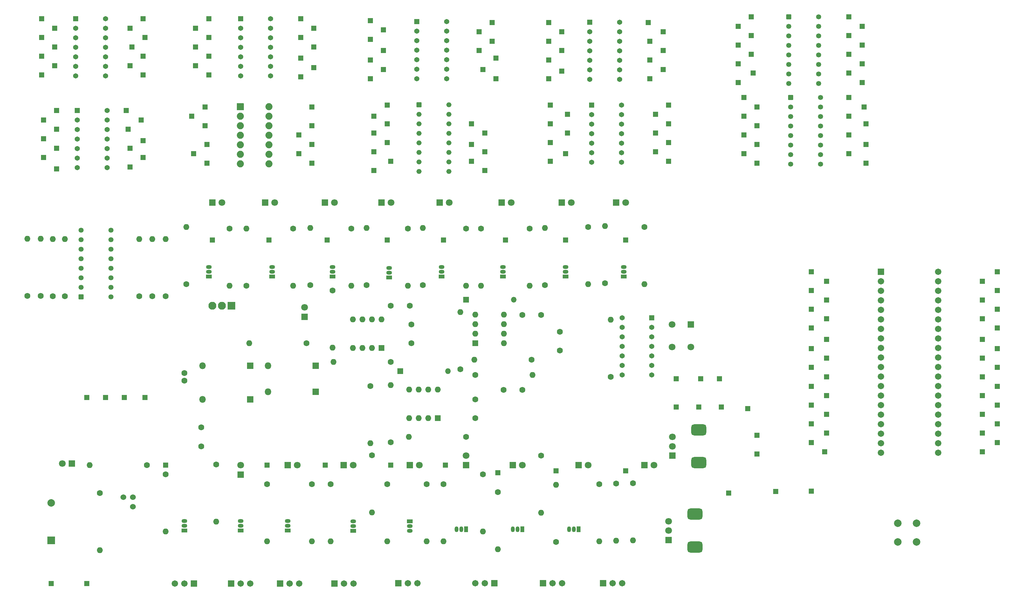
<source format=gbs>
%TF.GenerationSoftware,KiCad,Pcbnew,8.0.4*%
%TF.CreationDate,2024-09-18T10:13:05+03:00*%
%TF.ProjectId,Digital Electronic Trainer main pcb,44696769-7461-46c2-9045-6c656374726f,rev?*%
%TF.SameCoordinates,Original*%
%TF.FileFunction,Soldermask,Bot*%
%TF.FilePolarity,Negative*%
%FSLAX46Y46*%
G04 Gerber Fmt 4.6, Leading zero omitted, Abs format (unit mm)*
G04 Created by KiCad (PCBNEW 8.0.4) date 2024-09-18 10:13:05*
%MOMM*%
%LPD*%
G01*
G04 APERTURE LIST*
G04 Aperture macros list*
%AMRoundRect*
0 Rectangle with rounded corners*
0 $1 Rounding radius*
0 $2 $3 $4 $5 $6 $7 $8 $9 X,Y pos of 4 corners*
0 Add a 4 corners polygon primitive as box body*
4,1,4,$2,$3,$4,$5,$6,$7,$8,$9,$2,$3,0*
0 Add four circle primitives for the rounded corners*
1,1,$1+$1,$2,$3*
1,1,$1+$1,$4,$5*
1,1,$1+$1,$6,$7*
1,1,$1+$1,$8,$9*
0 Add four rect primitives between the rounded corners*
20,1,$1+$1,$2,$3,$4,$5,0*
20,1,$1+$1,$4,$5,$6,$7,0*
20,1,$1+$1,$6,$7,$8,$9,0*
20,1,$1+$1,$8,$9,$2,$3,0*%
G04 Aperture macros list end*
%ADD10R,1.350000X1.350000*%
%ADD11RoundRect,0.102000X0.754000X0.754000X-0.754000X0.754000X-0.754000X-0.754000X0.754000X-0.754000X0*%
%ADD12C,1.712000*%
%ADD13R,1.800000X1.800000*%
%ADD14C,1.800000*%
%ADD15RoundRect,0.102000X-0.585000X-0.585000X0.585000X-0.585000X0.585000X0.585000X-0.585000X0.585000X0*%
%ADD16C,1.374000*%
%ADD17RoundRect,0.102000X-0.754000X-0.754000X0.754000X-0.754000X0.754000X0.754000X-0.754000X0.754000X0*%
%ADD18C,2.000000*%
%ADD19RoundRect,0.102000X-0.838200X-0.838200X0.838200X-0.838200X0.838200X0.838200X-0.838200X0.838200X0*%
%ADD20C,1.880400*%
%ADD21RoundRect,0.102000X-0.570000X-0.570000X0.570000X-0.570000X0.570000X0.570000X-0.570000X0.570000X0*%
%ADD22C,1.344000*%
%ADD23RoundRect,0.102000X-0.565000X-0.565000X0.565000X-0.565000X0.565000X0.565000X-0.565000X0.565000X0*%
%ADD24C,1.334000*%
%ADD25C,1.600000*%
%ADD26O,1.600000X1.600000*%
%ADD27R,1.500000X1.050000*%
%ADD28O,1.500000X1.050000*%
%ADD29RoundRect,0.750000X-1.250000X-0.750000X1.250000X-0.750000X1.250000X0.750000X-1.250000X0.750000X0*%
%ADD30O,1.800000X1.800000*%
%ADD31C,1.524800*%
%ADD32R,1.600000X1.600000*%
%ADD33R,2.000000X2.000000*%
%ADD34R,1.500000X1.500000*%
%ADD35O,1.500000X1.500000*%
%ADD36RoundRect,0.102000X0.955000X0.955000X-0.955000X0.955000X-0.955000X-0.955000X0.955000X-0.955000X0*%
%ADD37C,2.114000*%
%ADD38R,1.050000X1.500000*%
%ADD39O,1.050000X1.500000*%
%ADD40RoundRect,0.102000X0.585000X0.585000X-0.585000X0.585000X-0.585000X-0.585000X0.585000X-0.585000X0*%
G04 APERTURE END LIST*
D10*
%TO.C,J215*%
X36500000Y-119500000D03*
%TD*%
%TO.C,J118*%
X23000000Y-26000000D03*
%TD*%
D11*
%TO.C,SW4*%
X97500000Y-169100000D03*
D12*
X100040000Y-169100000D03*
X102580000Y-169100000D03*
%TD*%
D10*
%TO.C,J166*%
X270000000Y-93500000D03*
%TD*%
%TO.C,J183*%
X188500000Y-114500000D03*
%TD*%
%TO.C,J128*%
X19500000Y-33500000D03*
%TD*%
D13*
%TO.C,D17*%
X172500000Y-67500000D03*
D14*
X175040000Y-67500000D03*
%TD*%
D10*
%TO.C,J165*%
X274000000Y-91000000D03*
%TD*%
%TO.C,J150*%
X228500000Y-104000000D03*
%TD*%
D13*
%TO.C,D6*%
X132500000Y-137540000D03*
D14*
X132500000Y-135000000D03*
%TD*%
D10*
%TO.C,J203*%
X175000000Y-139100000D03*
%TD*%
%TO.C,J74*%
X108000000Y-59000000D03*
%TD*%
D13*
%TO.C,D15*%
X142000000Y-67500000D03*
D14*
X144540000Y-67500000D03*
%TD*%
D10*
%TO.C,J76*%
X139500000Y-19500000D03*
%TD*%
%TO.C,J86*%
X140500000Y-29000000D03*
%TD*%
%TO.C,J151*%
X224500000Y-106500000D03*
%TD*%
%TO.C,J106*%
X91500000Y-57000000D03*
%TD*%
%TO.C,J137*%
X20000000Y-50500000D03*
%TD*%
%TO.C,J188*%
X202500000Y-145000000D03*
%TD*%
%TO.C,J139*%
X43000000Y-58000000D03*
%TD*%
%TO.C,J104*%
X91500000Y-47000000D03*
%TD*%
%TO.C,J194*%
X210000000Y-129600000D03*
%TD*%
D11*
%TO.C,SW7*%
X153000000Y-169000000D03*
D12*
X155540000Y-169000000D03*
X158080000Y-169000000D03*
%TD*%
D10*
%TO.C,J157*%
X224500000Y-121500000D03*
%TD*%
%TO.C,J68*%
X108000000Y-44500000D03*
%TD*%
%TO.C,J120*%
X43000000Y-31000000D03*
%TD*%
%TO.C,J41*%
X158000000Y-22000000D03*
%TD*%
%TO.C,J117*%
X23000000Y-21000000D03*
%TD*%
%TO.C,J178*%
X270000000Y-124000000D03*
%TD*%
%TO.C,J52*%
X183000000Y-49000000D03*
%TD*%
%TO.C,J58*%
X186500000Y-51500000D03*
%TD*%
D15*
%TO.C,IC3-7408*%
X119390000Y-19265000D03*
D16*
X119390000Y-21805000D03*
X119390000Y-24345000D03*
X119390000Y-26885000D03*
X119390000Y-29425000D03*
X119390000Y-31965000D03*
X119390000Y-34505000D03*
X127330000Y-34505000D03*
X127330000Y-31965000D03*
X127330000Y-29425000D03*
X127330000Y-26885000D03*
X127330000Y-24345000D03*
X127330000Y-21805000D03*
X127330000Y-19265000D03*
%TD*%
D10*
%TO.C,J177*%
X274000000Y-121500000D03*
%TD*%
%TO.C,J211*%
X22000000Y-169100000D03*
%TD*%
%TO.C,J24*%
X234500000Y-54500000D03*
%TD*%
%TO.C,J16*%
X205000000Y-30500000D03*
%TD*%
%TO.C,J17*%
X209000000Y-33000000D03*
%TD*%
%TO.C,J197*%
X95500000Y-77500000D03*
%TD*%
%TO.C,J204*%
X156500000Y-139100000D03*
%TD*%
%TO.C,J134*%
X46000000Y-45500000D03*
%TD*%
%TO.C,J143*%
X224500000Y-86000000D03*
%TD*%
%TO.C,J217*%
X155000000Y-56500000D03*
%TD*%
D17*
%TO.C,SW1*%
X60040000Y-169100000D03*
D12*
X57500000Y-169100000D03*
X54960000Y-169100000D03*
%TD*%
D10*
%TO.C,J34*%
X181000000Y-19500000D03*
%TD*%
%TO.C,J56*%
X155000000Y-51500000D03*
%TD*%
%TO.C,J29*%
X210000000Y-42000000D03*
%TD*%
%TO.C,J23*%
X239000000Y-52000000D03*
%TD*%
D11*
%TO.C,SW8*%
X169000000Y-169000000D03*
D12*
X171540000Y-169000000D03*
X174080000Y-169000000D03*
%TD*%
D10*
%TO.C,J132*%
X46500000Y-55500000D03*
%TD*%
%TO.C,J172*%
X270000000Y-109000000D03*
%TD*%
%TO.C,J107*%
X88000000Y-49500000D03*
%TD*%
D13*
%TO.C,D10*%
X64960000Y-67500000D03*
D14*
X67500000Y-67500000D03*
%TD*%
D10*
%TO.C,J96*%
X92000000Y-21000000D03*
%TD*%
%TO.C,J189*%
X224500000Y-144500000D03*
%TD*%
%TO.C,J8*%
X234500000Y-33000000D03*
%TD*%
%TO.C,J196*%
X80000000Y-77500000D03*
%TD*%
%TO.C,J57*%
X183000000Y-54000000D03*
%TD*%
D15*
%TO.C,IC8-7486*%
X166000000Y-41500000D03*
D16*
X166000000Y-44040000D03*
X166000000Y-46580000D03*
X166000000Y-49120000D03*
X166000000Y-51660000D03*
X166000000Y-54200000D03*
X166000000Y-56740000D03*
X173940000Y-56740000D03*
X173940000Y-54200000D03*
X173940000Y-51660000D03*
X173940000Y-49120000D03*
X173940000Y-46580000D03*
X173940000Y-44040000D03*
X173940000Y-41500000D03*
%TD*%
D10*
%TO.C,J40*%
X154500000Y-19500000D03*
%TD*%
%TO.C,J36*%
X158000000Y-32500000D03*
%TD*%
%TO.C,J99*%
X60500000Y-31000000D03*
%TD*%
%TO.C,J205*%
X141000000Y-139600000D03*
%TD*%
%TO.C,J59*%
X186500000Y-46500000D03*
%TD*%
%TO.C,J3*%
X238000000Y-20500000D03*
%TD*%
%TO.C,J101*%
X92000000Y-26000000D03*
%TD*%
%TO.C,J142*%
X42500000Y-48000000D03*
%TD*%
%TO.C,J193*%
X210000000Y-134600000D03*
%TD*%
D11*
%TO.C,SW2*%
X69960000Y-169100000D03*
D12*
X72500000Y-169100000D03*
X75040000Y-169100000D03*
%TD*%
D10*
%TO.C,J67*%
X111500000Y-41500000D03*
%TD*%
%TO.C,J131*%
X23500000Y-53000000D03*
%TD*%
%TO.C,J18*%
X234500000Y-39500000D03*
%TD*%
%TO.C,J123*%
X43000000Y-21000000D03*
%TD*%
%TO.C,J7*%
X238000000Y-30500000D03*
%TD*%
%TO.C,J167*%
X274000000Y-96000000D03*
%TD*%
%TO.C,J64*%
X134000000Y-56500000D03*
%TD*%
%TO.C,J9*%
X238000000Y-35500000D03*
%TD*%
%TO.C,J116*%
X46500000Y-18500000D03*
%TD*%
D18*
%TO.C,SW16*%
X252500000Y-158000000D03*
X247500000Y-158000000D03*
X252500000Y-153000000D03*
X247500000Y-153000000D03*
%TD*%
D10*
%TO.C,J108*%
X91500000Y-52000000D03*
%TD*%
%TO.C,J61*%
X137500000Y-49000000D03*
%TD*%
%TO.C,J213*%
X47000000Y-119500000D03*
%TD*%
%TO.C,J39*%
X154500000Y-34500000D03*
%TD*%
%TO.C,J154*%
X228500000Y-114000000D03*
%TD*%
%TO.C,J115*%
X19500000Y-18500000D03*
%TD*%
%TO.C,J77*%
X107000000Y-24000000D03*
%TD*%
%TO.C,J124*%
X19500000Y-23500000D03*
%TD*%
%TO.C,J174*%
X270000000Y-114000000D03*
%TD*%
%TO.C,J91*%
X60500000Y-26000000D03*
%TD*%
D19*
%TO.C,IC6-7490*%
X72380000Y-41960000D03*
D20*
X72380000Y-44500000D03*
X72380000Y-47040000D03*
X72380000Y-49580000D03*
X72380000Y-52120000D03*
X72380000Y-54660000D03*
X72380000Y-57200000D03*
X80000000Y-57200000D03*
X80000000Y-54660000D03*
X80000000Y-52120000D03*
X80000000Y-49580000D03*
X80000000Y-47040000D03*
X80000000Y-44500000D03*
X80000000Y-41960000D03*
%TD*%
D10*
%TO.C,J158*%
X228500000Y-124000000D03*
%TD*%
%TO.C,J54*%
X159500000Y-44000000D03*
%TD*%
%TO.C,J27*%
X206500000Y-54500000D03*
%TD*%
%TO.C,J22*%
X234500000Y-49500000D03*
%TD*%
%TO.C,J2*%
X234500000Y-18000000D03*
%TD*%
%TO.C,J21*%
X239000000Y-46500000D03*
%TD*%
%TO.C,J62*%
X134000000Y-52000000D03*
%TD*%
%TO.C,J92*%
X64000000Y-28500000D03*
%TD*%
%TO.C,J186*%
X195000000Y-114500000D03*
%TD*%
%TO.C,J19*%
X238500000Y-42000000D03*
%TD*%
%TO.C,J168*%
X270000000Y-98500000D03*
%TD*%
%TO.C,J156*%
X228500000Y-119000000D03*
%TD*%
%TO.C,J28*%
X206500000Y-39500000D03*
%TD*%
%TO.C,J133*%
X46500000Y-51000000D03*
%TD*%
%TO.C,J160*%
X228500000Y-129000000D03*
%TD*%
D21*
%TO.C,J-K_F.F*%
X219000000Y-39460000D03*
D22*
X219000000Y-42000000D03*
X219000000Y-44540000D03*
X219000000Y-47080000D03*
X219000000Y-49620000D03*
X219000000Y-52160000D03*
X219000000Y-54700000D03*
X219000000Y-57240000D03*
X226940000Y-57240000D03*
X226940000Y-54700000D03*
X226940000Y-52160000D03*
X226940000Y-49620000D03*
X226940000Y-47080000D03*
X226940000Y-44540000D03*
X226940000Y-42000000D03*
X226940000Y-39460000D03*
%TD*%
D10*
%TO.C,J45*%
X181500000Y-29500000D03*
%TD*%
%TO.C,J161*%
X224500000Y-131500000D03*
%TD*%
%TO.C,J114*%
X63500000Y-57000000D03*
%TD*%
%TO.C,J11*%
X208500000Y-18000000D03*
%TD*%
%TO.C,J69*%
X111500000Y-46500000D03*
%TD*%
%TO.C,J185*%
X194500000Y-122000000D03*
%TD*%
%TO.C,J50*%
X159000000Y-54500000D03*
%TD*%
%TO.C,J195*%
X65000000Y-77500000D03*
%TD*%
%TO.C,J182*%
X270000000Y-134000000D03*
%TD*%
%TO.C,J112*%
X63000000Y-47000000D03*
%TD*%
%TO.C,J25*%
X239000000Y-57000000D03*
%TD*%
%TO.C,J119*%
X19500000Y-28500000D03*
%TD*%
%TO.C,J60*%
X183000000Y-44000000D03*
%TD*%
%TO.C,J75*%
X107000000Y-34500000D03*
%TD*%
%TO.C,J109*%
X91500000Y-42000000D03*
%TD*%
%TO.C,J149*%
X224500000Y-101000000D03*
%TD*%
D13*
%TO.C,D12*%
X94960000Y-67500000D03*
D14*
X97500000Y-67500000D03*
%TD*%
D10*
%TO.C,J83*%
X110500000Y-27000000D03*
%TD*%
%TO.C,J181*%
X274000000Y-131500000D03*
%TD*%
%TO.C,J73*%
X137500000Y-59000000D03*
%TD*%
%TO.C,J163*%
X274000000Y-86000000D03*
%TD*%
D17*
%TO.C,J1*%
X243000000Y-86000000D03*
D12*
X243000000Y-88540000D03*
X243000000Y-91080000D03*
X243000000Y-93620000D03*
X243000000Y-96160000D03*
X243000000Y-98700000D03*
X243000000Y-101240000D03*
X243000000Y-103780000D03*
X243000000Y-106320000D03*
X243000000Y-108860000D03*
X243000000Y-111400000D03*
X243000000Y-113940000D03*
X243000000Y-116480000D03*
X243000000Y-119020000D03*
X243000000Y-121560000D03*
X243000000Y-124100000D03*
X243000000Y-126640000D03*
X243000000Y-129180000D03*
X243000000Y-131720000D03*
X243000000Y-134260000D03*
X258240000Y-134260000D03*
X258240000Y-131720000D03*
X258240000Y-129180000D03*
X258240000Y-126640000D03*
X258240000Y-124100000D03*
X258240000Y-121560000D03*
X258240000Y-119020000D03*
X258240000Y-116480000D03*
X258240000Y-113940000D03*
X258240000Y-111400000D03*
X258240000Y-108860000D03*
X258240000Y-106320000D03*
X258240000Y-103780000D03*
X258240000Y-101240000D03*
X258240000Y-98700000D03*
X258240000Y-96160000D03*
X258240000Y-93620000D03*
X258240000Y-91080000D03*
X258240000Y-88540000D03*
X258240000Y-86000000D03*
%TD*%
D10*
%TO.C,J93*%
X92000000Y-31500000D03*
%TD*%
%TO.C,J184*%
X188500000Y-122000000D03*
%TD*%
%TO.C,J48*%
X186500000Y-41500000D03*
%TD*%
D13*
%TO.C,D13*%
X110000000Y-67500000D03*
D14*
X112540000Y-67500000D03*
%TD*%
D10*
%TO.C,J111*%
X59500000Y-44500000D03*
%TD*%
%TO.C,J136*%
X20000000Y-45500000D03*
%TD*%
%TO.C,J88*%
X136000000Y-22000000D03*
%TD*%
%TO.C,J147*%
X224500000Y-96000000D03*
%TD*%
D13*
%TO.C,D4*%
X99960000Y-137500000D03*
D14*
X102500000Y-137500000D03*
%TD*%
D10*
%TO.C,J46*%
X181500000Y-24500000D03*
%TD*%
D15*
%TO.C,IC2-7402*%
X72500000Y-18500000D03*
D16*
X72500000Y-21040000D03*
X72500000Y-23580000D03*
X72500000Y-26120000D03*
X72500000Y-28660000D03*
X72500000Y-31200000D03*
X72500000Y-33740000D03*
X80440000Y-33740000D03*
X80440000Y-31200000D03*
X80440000Y-28660000D03*
X80440000Y-26120000D03*
X80440000Y-23580000D03*
X80440000Y-21040000D03*
X80440000Y-18500000D03*
%TD*%
D10*
%TO.C,J199*%
X126500000Y-77500000D03*
%TD*%
D13*
%TO.C,D8*%
X162460000Y-137500000D03*
D14*
X165000000Y-137500000D03*
%TD*%
D10*
%TO.C,J145*%
X224500000Y-91000000D03*
%TD*%
%TO.C,J15*%
X208500000Y-28000000D03*
%TD*%
%TO.C,J200*%
X143000000Y-77500000D03*
%TD*%
%TO.C,J79*%
X140500000Y-34500000D03*
%TD*%
%TO.C,J210*%
X52500000Y-137500000D03*
%TD*%
%TO.C,J144*%
X228500000Y-88500000D03*
%TD*%
D11*
%TO.C,SW3*%
X82960000Y-169100000D03*
D12*
X85500000Y-169100000D03*
X88040000Y-169100000D03*
%TD*%
D10*
%TO.C,J95*%
X88500000Y-23500000D03*
%TD*%
%TO.C,J155*%
X224500000Y-116500000D03*
%TD*%
D15*
%TO.C,IC4-7432*%
X165500000Y-19460000D03*
D16*
X165500000Y-22000000D03*
X165500000Y-24540000D03*
X165500000Y-27080000D03*
X165500000Y-29620000D03*
X165500000Y-32160000D03*
X165500000Y-34700000D03*
X173440000Y-34700000D03*
X173440000Y-32160000D03*
X173440000Y-29620000D03*
X173440000Y-27080000D03*
X173440000Y-24540000D03*
X173440000Y-22000000D03*
X173440000Y-19460000D03*
%TD*%
D10*
%TO.C,J47*%
X185000000Y-22000000D03*
%TD*%
%TO.C,J176*%
X270000000Y-119000000D03*
%TD*%
%TO.C,J20*%
X234500000Y-44500000D03*
%TD*%
%TO.C,J125*%
X23000000Y-31000000D03*
%TD*%
%TO.C,J190*%
X200500000Y-122000000D03*
%TD*%
%TO.C,J5*%
X238000000Y-25500000D03*
%TD*%
%TO.C,J141*%
X23500000Y-58500000D03*
%TD*%
D13*
%TO.C,D11*%
X79000000Y-67500000D03*
D14*
X81540000Y-67500000D03*
%TD*%
D10*
%TO.C,J130*%
X23500000Y-48000000D03*
%TD*%
%TO.C,J89*%
X64000000Y-18500000D03*
%TD*%
%TO.C,J87*%
X139500000Y-24500000D03*
%TD*%
%TO.C,J207*%
X112500000Y-137500000D03*
%TD*%
%TO.C,J100*%
X88500000Y-34000000D03*
%TD*%
%TO.C,J121*%
X46500000Y-28500000D03*
%TD*%
%TO.C,J201*%
X159000000Y-77500000D03*
%TD*%
%TO.C,J206*%
X127000000Y-137500000D03*
%TD*%
%TO.C,J33*%
X210000000Y-52000000D03*
%TD*%
%TO.C,J146*%
X228500000Y-93500000D03*
%TD*%
%TO.C,J51*%
X186500000Y-56500000D03*
%TD*%
D15*
%TO.C,IC5-7404*%
X29000000Y-43000000D03*
D16*
X29000000Y-45540000D03*
X29000000Y-48080000D03*
X29000000Y-50620000D03*
X29000000Y-53160000D03*
X29000000Y-55700000D03*
X29000000Y-58240000D03*
X36940000Y-58240000D03*
X36940000Y-55700000D03*
X36940000Y-53160000D03*
X36940000Y-50620000D03*
X36940000Y-48080000D03*
X36940000Y-45540000D03*
X36940000Y-43000000D03*
%TD*%
D10*
%TO.C,J42*%
X158000000Y-27000000D03*
%TD*%
%TO.C,J63*%
X137500000Y-54000000D03*
%TD*%
%TO.C,J98*%
X64000000Y-23500000D03*
%TD*%
%TO.C,J105*%
X88000000Y-54500000D03*
%TD*%
%TO.C,J13*%
X208500000Y-23000000D03*
%TD*%
%TO.C,J97*%
X88500000Y-18500000D03*
%TD*%
%TO.C,J135*%
X42000000Y-43000000D03*
%TD*%
%TO.C,J110*%
X63000000Y-42000000D03*
%TD*%
%TO.C,J14*%
X205000000Y-25500000D03*
%TD*%
%TO.C,J122*%
X47000000Y-23500000D03*
%TD*%
%TO.C,J113*%
X60000000Y-54500000D03*
%TD*%
D13*
%TO.C,D5*%
X117500000Y-137500000D03*
D14*
X120040000Y-137500000D03*
%TD*%
D10*
%TO.C,J169*%
X274000000Y-101000000D03*
%TD*%
%TO.C,J103*%
X63500000Y-52000000D03*
%TD*%
%TO.C,J216*%
X31500000Y-119500000D03*
%TD*%
%TO.C,J32*%
X206500000Y-49500000D03*
%TD*%
%TO.C,J159*%
X224500000Y-126500000D03*
%TD*%
%TO.C,J129*%
X23500000Y-43000000D03*
%TD*%
D13*
%TO.C,D14*%
X125500000Y-67500000D03*
D14*
X128040000Y-67500000D03*
%TD*%
D17*
%TO.C,SW6*%
X140080000Y-169000000D03*
D12*
X137540000Y-169000000D03*
X135000000Y-169000000D03*
%TD*%
D10*
%TO.C,J209*%
X79500000Y-137500000D03*
%TD*%
D15*
%TO.C,IC1-7400*%
X28560000Y-18500000D03*
D16*
X28560000Y-21040000D03*
X28560000Y-23580000D03*
X28560000Y-26120000D03*
X28560000Y-28660000D03*
X28560000Y-31200000D03*
X28560000Y-33740000D03*
X36500000Y-33740000D03*
X36500000Y-31200000D03*
X36500000Y-28660000D03*
X36500000Y-26120000D03*
X36500000Y-23580000D03*
X36500000Y-21040000D03*
X36500000Y-18500000D03*
%TD*%
D10*
%TO.C,J208*%
X95000000Y-137500000D03*
%TD*%
%TO.C,J38*%
X185000000Y-27000000D03*
%TD*%
%TO.C,J31*%
X210000000Y-47000000D03*
%TD*%
%TO.C,J71*%
X111500000Y-51500000D03*
%TD*%
%TO.C,J65*%
X134000000Y-46500000D03*
%TD*%
%TO.C,J44*%
X185000000Y-32000000D03*
%TD*%
%TO.C,J66*%
X112500000Y-56500000D03*
%TD*%
D13*
%TO.C,D3*%
X85000000Y-137500000D03*
D14*
X87540000Y-137500000D03*
%TD*%
D10*
%TO.C,J53*%
X155000000Y-41500000D03*
%TD*%
%TO.C,J212*%
X31500000Y-169100000D03*
%TD*%
%TO.C,J10*%
X205000000Y-35500000D03*
%TD*%
D13*
%TO.C,D16*%
X158000000Y-67500000D03*
D14*
X160540000Y-67500000D03*
%TD*%
D10*
%TO.C,J198*%
X111500000Y-77500000D03*
%TD*%
%TO.C,J70*%
X108000000Y-49000000D03*
%TD*%
%TO.C,J164*%
X270000000Y-88500000D03*
%TD*%
%TO.C,J12*%
X205000000Y-20500000D03*
%TD*%
%TO.C,J192*%
X215000000Y-144600000D03*
%TD*%
%TO.C,J72*%
X108000000Y-54000000D03*
%TD*%
%TO.C,J78*%
X110500000Y-32000000D03*
%TD*%
%TO.C,J30*%
X206500000Y-44500000D03*
%TD*%
%TO.C,J82*%
X110500000Y-21500000D03*
%TD*%
%TO.C,J127*%
X43500000Y-26000000D03*
%TD*%
%TO.C,J148*%
X228500000Y-98500000D03*
%TD*%
D13*
%TO.C,D2*%
X72500000Y-140040000D03*
D14*
X72500000Y-137500000D03*
%TD*%
D10*
%TO.C,J152*%
X228500000Y-109000000D03*
%TD*%
%TO.C,J138*%
X20000000Y-55500000D03*
%TD*%
%TO.C,J214*%
X41500000Y-119500000D03*
%TD*%
%TO.C,J43*%
X154500000Y-29500000D03*
%TD*%
%TO.C,J191*%
X207500000Y-122500000D03*
%TD*%
%TO.C,J6*%
X234500000Y-28000000D03*
%TD*%
%TO.C,J4*%
X234500000Y-23000000D03*
%TD*%
%TO.C,J179*%
X274000000Y-126500000D03*
%TD*%
%TO.C,J55*%
X159500000Y-49000000D03*
%TD*%
D21*
%TO.C,J-K_F.F*%
X218500000Y-17960000D03*
D22*
X218500000Y-20500000D03*
X218500000Y-23040000D03*
X218500000Y-25580000D03*
X218500000Y-28120000D03*
X218500000Y-30660000D03*
X218500000Y-33200000D03*
X218500000Y-35740000D03*
X226440000Y-35740000D03*
X226440000Y-33200000D03*
X226440000Y-30660000D03*
X226440000Y-28120000D03*
X226440000Y-25580000D03*
X226440000Y-23040000D03*
X226440000Y-20500000D03*
X226440000Y-17960000D03*
%TD*%
D10*
%TO.C,J94*%
X88500000Y-29000000D03*
%TD*%
D23*
%TO.C,IC7-7495*%
X120000000Y-41460000D03*
D24*
X120000000Y-44000000D03*
X120000000Y-46540000D03*
X120000000Y-49080000D03*
X120000000Y-51620000D03*
X120000000Y-54160000D03*
X120000000Y-56700000D03*
X120000000Y-59240000D03*
X127940000Y-59240000D03*
X127940000Y-56700000D03*
X127940000Y-54160000D03*
X127940000Y-51620000D03*
X127940000Y-49080000D03*
X127940000Y-46540000D03*
X127940000Y-44000000D03*
X127940000Y-41460000D03*
%TD*%
D11*
%TO.C,SW5*%
X114500000Y-169000000D03*
D12*
X117040000Y-169000000D03*
X119580000Y-169000000D03*
%TD*%
D10*
%TO.C,J35*%
X154500000Y-24500000D03*
%TD*%
%TO.C,J170*%
X270000000Y-104000000D03*
%TD*%
%TO.C,J37*%
X181500000Y-34500000D03*
%TD*%
%TO.C,J84*%
X107000000Y-29500000D03*
%TD*%
%TO.C,J171*%
X274000000Y-106500000D03*
%TD*%
%TO.C,J102*%
X64000000Y-33500000D03*
%TD*%
D13*
%TO.C,D9*%
X180000000Y-137500000D03*
D14*
X182540000Y-137500000D03*
%TD*%
D10*
%TO.C,J180*%
X270000000Y-129000000D03*
%TD*%
%TO.C,J85*%
X137000000Y-32000000D03*
%TD*%
%TO.C,J80*%
X136000000Y-27000000D03*
%TD*%
%TO.C,J202*%
X175000000Y-77500000D03*
%TD*%
%TO.C,J187*%
X200000000Y-114500000D03*
%TD*%
%TO.C,J175*%
X274000000Y-116500000D03*
%TD*%
%TO.C,J153*%
X224500000Y-111500000D03*
%TD*%
%TO.C,J26*%
X210000000Y-57000000D03*
%TD*%
%TO.C,J140*%
X43000000Y-53000000D03*
%TD*%
%TO.C,J90*%
X60500000Y-21000000D03*
%TD*%
D13*
%TO.C,D7*%
X145000000Y-137500000D03*
D14*
X147540000Y-137500000D03*
%TD*%
D10*
%TO.C,J126*%
X46500000Y-33500000D03*
%TD*%
%TO.C,J49*%
X155000000Y-46500000D03*
%TD*%
%TO.C,J81*%
X107000000Y-19000000D03*
%TD*%
%TO.C,J173*%
X274000000Y-111500000D03*
%TD*%
%TO.C,J162*%
X228000000Y-134000000D03*
%TD*%
D25*
%TO.C,R12*%
X137000000Y-140000000D03*
D26*
X137000000Y-155240000D03*
%TD*%
D27*
%TO.C,Q12*%
X112000000Y-87500000D03*
D28*
X112000000Y-86230000D03*
X112000000Y-84960000D03*
%TD*%
D13*
%TO.C,RV1*%
X186450000Y-157500000D03*
D14*
X186450000Y-155000000D03*
X186450000Y-152500000D03*
D29*
X193450000Y-150600000D03*
X193450000Y-159400000D03*
%TD*%
D25*
%TO.C,R3*%
X52500000Y-140000000D03*
D26*
X52500000Y-155240000D03*
%TD*%
D25*
%TO.C,R22*%
X74000000Y-89740000D03*
D26*
X74000000Y-74500000D03*
%TD*%
D13*
%TO.C,D38*%
X92500000Y-118000000D03*
D30*
X79800000Y-118000000D03*
%TD*%
D27*
%TO.C,Q1*%
X57500000Y-155000000D03*
D28*
X57500000Y-153730000D03*
X57500000Y-152460000D03*
%TD*%
D31*
%TO.C,Q17*%
X41230000Y-146060000D03*
X43770000Y-146060000D03*
X43770000Y-148600000D03*
%TD*%
D27*
%TO.C,Q2*%
X72500000Y-155000000D03*
D28*
X72500000Y-153730000D03*
X72500000Y-152460000D03*
%TD*%
D27*
%TO.C,Q10*%
X80860000Y-87270000D03*
D28*
X80860000Y-86000000D03*
X80860000Y-84730000D03*
%TD*%
D25*
%TO.C,R8*%
X107500000Y-134880000D03*
D26*
X107500000Y-150120000D03*
%TD*%
D25*
%TO.C,R11*%
X126500000Y-142600000D03*
D26*
X126500000Y-157840000D03*
%TD*%
D13*
%TO.C,D20*%
X89500000Y-98000000D03*
D14*
X89500000Y-95460000D03*
%TD*%
D32*
%TO.C,U3*%
X125000000Y-125000000D03*
D26*
X122460000Y-125000000D03*
X119920000Y-125000000D03*
X117380000Y-125000000D03*
X117380000Y-117380000D03*
X119920000Y-117380000D03*
X122460000Y-117380000D03*
X125000000Y-117380000D03*
%TD*%
D25*
%TO.C,C2*%
X118000000Y-100000000D03*
X118000000Y-105000000D03*
%TD*%
%TO.C,R40*%
X150000000Y-109460000D03*
D26*
X134760000Y-109460000D03*
%TD*%
D25*
%TO.C,C6*%
X135000000Y-125000000D03*
X135000000Y-120000000D03*
%TD*%
%TO.C,R32*%
X153500000Y-89500000D03*
D26*
X153500000Y-74260000D03*
%TD*%
D25*
%TO.C,R42*%
X112500000Y-131460000D03*
D26*
X112500000Y-116220000D03*
%TD*%
D25*
%TO.C,R17*%
X172500000Y-142480000D03*
D26*
X172500000Y-157720000D03*
%TD*%
D13*
%TO.C,RV2*%
X187500000Y-135000000D03*
D14*
X187500000Y-132500000D03*
X187500000Y-130000000D03*
D29*
X194500000Y-128100000D03*
X194500000Y-136900000D03*
%TD*%
D13*
%TO.C,D37*%
X92500000Y-111000000D03*
D30*
X79800000Y-111000000D03*
%TD*%
D25*
%TO.C,R35*%
X180000000Y-74000000D03*
D26*
X180000000Y-89240000D03*
%TD*%
D25*
%TO.C,R14*%
X152500000Y-135000000D03*
D26*
X152500000Y-150240000D03*
%TD*%
D25*
%TO.C,R47*%
X49000000Y-92500000D03*
D26*
X49000000Y-77260000D03*
%TD*%
D25*
%TO.C,R52*%
X15700000Y-92440000D03*
D26*
X15700000Y-77200000D03*
%TD*%
D25*
%TO.C,R7*%
X96500000Y-142600000D03*
D26*
X96500000Y-157840000D03*
%TD*%
D25*
%TO.C,R36*%
X97000000Y-91000000D03*
D26*
X97000000Y-106240000D03*
%TD*%
D25*
%TO.C,R21*%
X69500000Y-74500000D03*
D26*
X69500000Y-89740000D03*
%TD*%
D13*
%TO.C,SW14*%
X192422500Y-100000000D03*
D14*
X187422500Y-100000000D03*
X192422500Y-106000000D03*
X187422500Y-106000000D03*
%TD*%
D25*
%TO.C,R16*%
X168000000Y-142600000D03*
D26*
X168000000Y-157840000D03*
%TD*%
D25*
%TO.C,R13*%
X141000000Y-144760000D03*
D26*
X141000000Y-160000000D03*
%TD*%
D25*
%TO.C,R44*%
X132500000Y-130000000D03*
D26*
X117260000Y-130000000D03*
%TD*%
D27*
%TO.C,Q16*%
X174500000Y-87270000D03*
D28*
X174500000Y-86000000D03*
X174500000Y-84730000D03*
%TD*%
D25*
%TO.C,C8*%
X57500000Y-113000000D03*
X57500000Y-115000000D03*
%TD*%
%TO.C,R29*%
X132500000Y-74500000D03*
D26*
X132500000Y-89740000D03*
%TD*%
D33*
%TO.C,BZ1*%
X22000000Y-157600000D03*
D18*
X22000000Y-147600000D03*
%TD*%
D25*
%TO.C,R23*%
X86500000Y-74500000D03*
D26*
X86500000Y-89740000D03*
%TD*%
D25*
%TO.C,R43*%
X107000000Y-116460000D03*
D26*
X107000000Y-131700000D03*
%TD*%
D25*
%TO.C,R39*%
X131000000Y-111960000D03*
D26*
X131000000Y-96720000D03*
%TD*%
D34*
%TO.C,D34*%
X115000000Y-112500000D03*
D35*
X127700000Y-112500000D03*
%TD*%
D25*
%TO.C,C5*%
X147500000Y-117500000D03*
X142500000Y-117500000D03*
%TD*%
%TO.C,R51*%
X19200000Y-92440000D03*
D26*
X19200000Y-77200000D03*
%TD*%
D27*
%TO.C,Q14*%
X142360000Y-87270000D03*
D28*
X142360000Y-86000000D03*
X142360000Y-84730000D03*
%TD*%
D25*
%TO.C,R26*%
X106000000Y-89500000D03*
D26*
X106000000Y-74260000D03*
%TD*%
D25*
%TO.C,R25*%
X102000000Y-74500000D03*
D26*
X102000000Y-89740000D03*
%TD*%
D21*
%TO.C,U14*%
X30000000Y-92700000D03*
D22*
X30000000Y-90160000D03*
X30000000Y-87620000D03*
X30000000Y-85080000D03*
X30000000Y-82540000D03*
X30000000Y-80000000D03*
X30000000Y-77460000D03*
X30000000Y-74920000D03*
X37940000Y-74920000D03*
X37940000Y-77460000D03*
X37940000Y-80000000D03*
X37940000Y-82540000D03*
X37940000Y-85080000D03*
X37940000Y-87620000D03*
X37940000Y-90160000D03*
X37940000Y-92700000D03*
%TD*%
D25*
%TO.C,R24*%
X91000000Y-89500000D03*
D26*
X91000000Y-74260000D03*
%TD*%
D36*
%TO.C,U4*%
X70050000Y-95000000D03*
D37*
X67500000Y-95000000D03*
X64950000Y-95000000D03*
%TD*%
D25*
%TO.C,R27*%
X117000000Y-74500000D03*
D26*
X117000000Y-89740000D03*
%TD*%
D25*
%TO.C,R15*%
X156500000Y-158000000D03*
D26*
X156500000Y-142760000D03*
%TD*%
D32*
%TO.C,U1*%
X110000000Y-106300000D03*
D26*
X107460000Y-106300000D03*
X104920000Y-106300000D03*
X102380000Y-106300000D03*
X102380000Y-98680000D03*
X104920000Y-98680000D03*
X107460000Y-98680000D03*
X110000000Y-98680000D03*
%TD*%
D27*
%TO.C,Q3*%
X85000000Y-155000000D03*
D28*
X85000000Y-153730000D03*
X85000000Y-152460000D03*
%TD*%
D25*
%TO.C,C1*%
X117500000Y-95000000D03*
X112500000Y-95000000D03*
%TD*%
%TO.C,R34*%
X169500000Y-89000000D03*
D26*
X169500000Y-73760000D03*
%TD*%
D25*
%TO.C,R2*%
X47500000Y-137500000D03*
D26*
X32260000Y-137500000D03*
%TD*%
D25*
%TO.C,R46*%
X45500000Y-92500000D03*
D26*
X45500000Y-77260000D03*
%TD*%
D25*
%TO.C,R50*%
X22500000Y-92500000D03*
D26*
X22500000Y-77260000D03*
%TD*%
D25*
%TO.C,C3*%
X152500000Y-97460000D03*
X147500000Y-97460000D03*
%TD*%
D27*
%TO.C,Q4*%
X102500000Y-155040000D03*
D28*
X102500000Y-153770000D03*
X102500000Y-152500000D03*
%TD*%
D34*
%TO.C,D33*%
X132500000Y-93460000D03*
D35*
X145200000Y-93460000D03*
%TD*%
D25*
%TO.C,R10*%
X122000000Y-142600000D03*
D26*
X122000000Y-157840000D03*
%TD*%
D25*
%TO.C,R31*%
X149500000Y-74500000D03*
D26*
X149500000Y-89740000D03*
%TD*%
D25*
%TO.C,R20*%
X58000000Y-89240000D03*
D26*
X58000000Y-74000000D03*
%TD*%
D25*
%TO.C,R18*%
X177000000Y-142360000D03*
D26*
X177000000Y-157600000D03*
%TD*%
D25*
%TO.C,R45*%
X171060000Y-114000000D03*
D26*
X171060000Y-98760000D03*
%TD*%
D25*
%TO.C,R49*%
X25700000Y-92500000D03*
D26*
X25700000Y-77260000D03*
%TD*%
D25*
%TO.C,R9*%
X111500000Y-142600000D03*
D26*
X111500000Y-157840000D03*
%TD*%
D25*
%TO.C,R1*%
X35000000Y-145000000D03*
D26*
X35000000Y-160240000D03*
%TD*%
D13*
%TO.C,D36*%
X75000000Y-120000000D03*
D30*
X62300000Y-120000000D03*
%TD*%
D25*
%TO.C,R4*%
X66000000Y-137380000D03*
D26*
X66000000Y-152620000D03*
%TD*%
D25*
%TO.C,R33*%
X165000000Y-74000000D03*
D26*
X165000000Y-89240000D03*
%TD*%
D27*
%TO.C,Q11*%
X97000000Y-87270000D03*
D28*
X97000000Y-86000000D03*
X97000000Y-84730000D03*
%TD*%
D38*
%TO.C,Q7*%
X147500000Y-154600000D03*
D39*
X146230000Y-154600000D03*
X144960000Y-154600000D03*
%TD*%
D25*
%TO.C,R37*%
X90000000Y-105000000D03*
D26*
X74760000Y-105000000D03*
%TD*%
D13*
%TO.C,D35*%
X75000000Y-111000000D03*
D30*
X62300000Y-111000000D03*
%TD*%
D25*
%TO.C,R41*%
X135000000Y-113460000D03*
D26*
X150240000Y-113460000D03*
%TD*%
D25*
%TO.C,R30*%
X136500000Y-74500000D03*
D26*
X136500000Y-89740000D03*
%TD*%
D25*
%TO.C,R48*%
X52500000Y-92500000D03*
D26*
X52500000Y-77260000D03*
%TD*%
D27*
%TO.C,Q13*%
X126000000Y-87270000D03*
D28*
X126000000Y-86000000D03*
X126000000Y-84730000D03*
%TD*%
D25*
%TO.C,C4*%
X157500000Y-101960000D03*
X157500000Y-106960000D03*
%TD*%
D27*
%TO.C,Q15*%
X159000000Y-87270000D03*
D28*
X159000000Y-86000000D03*
X159000000Y-84730000D03*
%TD*%
D25*
%TO.C,R6*%
X91500000Y-142600000D03*
D26*
X91500000Y-157840000D03*
%TD*%
D27*
%TO.C,Q5*%
X117500000Y-152500000D03*
D28*
X117500000Y-153770000D03*
X117500000Y-155040000D03*
%TD*%
D38*
%TO.C,Q8*%
X162500000Y-154600000D03*
D39*
X161230000Y-154600000D03*
X159960000Y-154600000D03*
%TD*%
D25*
%TO.C,R28*%
X121000000Y-89500000D03*
D26*
X121000000Y-74260000D03*
%TD*%
D25*
%TO.C,R5*%
X79500000Y-142600000D03*
D26*
X79500000Y-157840000D03*
%TD*%
D13*
%TO.C,D1*%
X27500000Y-137100000D03*
D14*
X24960000Y-137100000D03*
%TD*%
D25*
%TO.C,R38*%
X112500000Y-110000000D03*
D26*
X97260000Y-110000000D03*
%TD*%
D25*
%TO.C,C7*%
X62000000Y-127500000D03*
X62000000Y-132500000D03*
%TD*%
D38*
%TO.C,Q6*%
X132500000Y-154600000D03*
D39*
X131230000Y-154600000D03*
X129960000Y-154600000D03*
%TD*%
D32*
%TO.C,U2*%
X135000000Y-105000000D03*
D26*
X135000000Y-102460000D03*
X135000000Y-99920000D03*
X135000000Y-97380000D03*
X142620000Y-97380000D03*
X142620000Y-99920000D03*
X142620000Y-102460000D03*
X142620000Y-105000000D03*
%TD*%
D27*
%TO.C,Q9*%
X64000000Y-87270000D03*
D28*
X64000000Y-86000000D03*
X64000000Y-84730000D03*
%TD*%
D40*
%TO.C,U11*%
X182000000Y-98260000D03*
D16*
X182000000Y-100800000D03*
X182000000Y-103340000D03*
X182000000Y-105880000D03*
X182000000Y-108420000D03*
X182000000Y-110960000D03*
X182000000Y-113500000D03*
X174060000Y-113500000D03*
X174060000Y-110960000D03*
X174060000Y-108420000D03*
X174060000Y-105880000D03*
X174060000Y-103340000D03*
X174060000Y-100800000D03*
X174060000Y-98260000D03*
%TD*%
M02*

</source>
